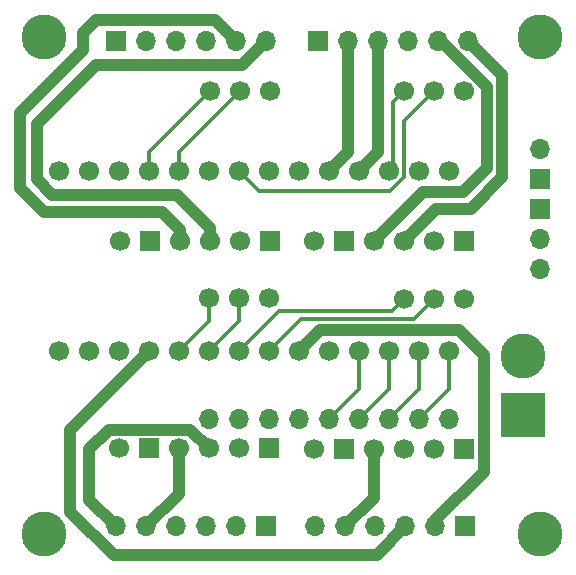
<source format=gbl>
G04 #@! TF.GenerationSoftware,KiCad,Pcbnew,7.0.5*
G04 #@! TF.CreationDate,2023-08-11T11:43:47-04:00*
G04 #@! TF.ProjectId,Tadpole,54616470-6f6c-4652-9e6b-696361645f70,rev?*
G04 #@! TF.SameCoordinates,Original*
G04 #@! TF.FileFunction,Copper,L4,Bot*
G04 #@! TF.FilePolarity,Positive*
%FSLAX46Y46*%
G04 Gerber Fmt 4.6, Leading zero omitted, Abs format (unit mm)*
G04 Created by KiCad (PCBNEW 7.0.5) date 2023-08-11 11:43:47*
%MOMM*%
%LPD*%
G01*
G04 APERTURE LIST*
G04 #@! TA.AperFunction,ComponentPad*
%ADD10O,1.700000X1.700000*%
G04 #@! TD*
G04 #@! TA.AperFunction,ComponentPad*
%ADD11R,1.700000X1.700000*%
G04 #@! TD*
G04 #@! TA.AperFunction,ComponentPad*
%ADD12R,3.800000X3.800000*%
G04 #@! TD*
G04 #@! TA.AperFunction,ComponentPad*
%ADD13C,3.800000*%
G04 #@! TD*
G04 #@! TA.AperFunction,ComponentPad*
%ADD14C,1.700000*%
G04 #@! TD*
G04 #@! TA.AperFunction,Conductor*
%ADD15C,0.300000*%
G04 #@! TD*
G04 #@! TA.AperFunction,Conductor*
%ADD16C,1.000000*%
G04 #@! TD*
G04 #@! TA.AperFunction,Conductor*
%ADD17C,0.600000*%
G04 #@! TD*
G04 APERTURE END LIST*
D10*
X156000000Y-97610000D03*
X156000000Y-95070000D03*
D11*
X156000000Y-92530000D03*
X156000000Y-89990000D03*
D10*
X156000000Y-87450000D03*
X120100000Y-119400000D03*
X122640000Y-119400000D03*
X125180000Y-119400000D03*
X127720000Y-119400000D03*
X130260000Y-119400000D03*
D11*
X132800000Y-119400000D03*
D10*
X137000000Y-119400000D03*
X139540000Y-119400000D03*
X142080000Y-119400000D03*
X144620000Y-119400000D03*
X147160000Y-119400000D03*
D11*
X149700000Y-119400000D03*
D10*
X132800000Y-78300000D03*
X130260000Y-78300000D03*
X127720000Y-78300000D03*
X125180000Y-78300000D03*
X122640000Y-78300000D03*
D11*
X120100000Y-78300000D03*
D10*
X149900000Y-78300000D03*
X147360000Y-78300000D03*
X144820000Y-78300000D03*
X142280000Y-78300000D03*
X139740000Y-78300000D03*
D11*
X137200000Y-78300000D03*
D12*
X154600000Y-110000000D03*
D13*
X154600000Y-105000000D03*
D10*
X148295000Y-110300000D03*
X145755000Y-110300000D03*
X143215000Y-110300000D03*
X140675000Y-110300000D03*
X138135000Y-110300000D03*
X135595000Y-110300000D03*
X133055000Y-110300000D03*
X130515000Y-110300000D03*
X127975000Y-110300000D03*
D14*
X117815200Y-104521000D03*
X120355200Y-104521000D03*
X122895200Y-104521000D03*
X125435200Y-104521000D03*
X120355200Y-89281000D03*
X127975200Y-104521000D03*
X130515200Y-104521000D03*
X133055200Y-104521000D03*
X135595200Y-104521000D03*
X138135200Y-104521000D03*
X140675200Y-104521000D03*
X143215200Y-104521000D03*
X145755200Y-104521000D03*
X148295200Y-104521000D03*
X148295200Y-89281000D03*
X145755200Y-89281000D03*
X143215200Y-89281000D03*
X140675200Y-89281000D03*
X138135200Y-89281000D03*
X135595200Y-89281000D03*
X133055200Y-89281000D03*
X130515200Y-89281000D03*
X127975200Y-89281000D03*
X125435200Y-89281000D03*
X122895200Y-89281000D03*
X117815200Y-89281000D03*
X115275200Y-104521000D03*
X115275200Y-89281000D03*
X144500000Y-100100000D03*
X147040000Y-100100000D03*
X149580000Y-100100000D03*
X136880000Y-112800000D03*
D11*
X139420000Y-112800000D03*
D14*
X141960000Y-112800000D03*
X144500000Y-112800000D03*
X147040000Y-112800000D03*
D11*
X149580000Y-112800000D03*
D14*
X127950000Y-100070000D03*
X130490000Y-100070000D03*
X133030000Y-100070000D03*
X120330000Y-112770000D03*
D11*
X122870000Y-112770000D03*
D14*
X125410000Y-112770000D03*
X127950000Y-112770000D03*
X130490000Y-112770000D03*
D11*
X133030000Y-112770000D03*
D14*
X144500000Y-82524600D03*
X147040000Y-82524600D03*
X149580000Y-82524600D03*
X136880000Y-95224600D03*
D11*
X139420000Y-95224600D03*
D14*
X141960000Y-95224600D03*
X144500000Y-95224600D03*
X147040000Y-95224600D03*
D11*
X149580000Y-95224600D03*
X133130000Y-95224600D03*
D14*
X130590000Y-95224600D03*
X128050000Y-95224600D03*
X125510000Y-95224600D03*
D11*
X122970000Y-95224600D03*
D14*
X120430000Y-95224600D03*
X133130000Y-82524600D03*
X130590000Y-82524600D03*
X128050000Y-82524600D03*
D13*
X114000000Y-120000000D03*
X156000000Y-78000000D03*
X156000000Y-120000000D03*
X114000000Y-78000000D03*
D15*
X135776200Y-101800000D02*
X133055200Y-104521000D01*
X145340000Y-101800000D02*
X135776200Y-101800000D01*
X147040000Y-100100000D02*
X145340000Y-101800000D01*
X133886200Y-101150000D02*
X130515200Y-104521000D01*
X143450000Y-101150000D02*
X133886200Y-101150000D01*
X144500000Y-100100000D02*
X143450000Y-101150000D01*
D16*
X128460000Y-76500000D02*
X130260000Y-78300000D01*
X118450000Y-76500000D02*
X128460000Y-76500000D01*
X111950000Y-90750000D02*
X111950000Y-84400000D01*
X114000000Y-92800000D02*
X111950000Y-90750000D01*
X124000000Y-92800000D02*
X114000000Y-92800000D01*
X125510000Y-94310000D02*
X124000000Y-92800000D01*
X111950000Y-84400000D02*
X117300000Y-79050000D01*
X125510000Y-95224600D02*
X125510000Y-94310000D01*
X117300000Y-79050000D02*
X117300000Y-77650000D01*
X117300000Y-77650000D02*
X118450000Y-76500000D01*
X113400000Y-90000000D02*
X113400000Y-85350000D01*
X130750000Y-80350000D02*
X132800000Y-78300000D01*
X114700000Y-91300000D02*
X113400000Y-90000000D01*
X113400000Y-85350000D02*
X118400000Y-80350000D01*
X125250000Y-91300000D02*
X114700000Y-91300000D01*
X118400000Y-80350000D02*
X130750000Y-80350000D01*
X125800000Y-91850000D02*
X125250000Y-91300000D01*
X146084600Y-91100000D02*
X141960000Y-95224600D01*
X149450000Y-91100000D02*
X146084600Y-91100000D01*
X151500000Y-89050000D02*
X149450000Y-91100000D01*
X151250000Y-114750000D02*
X147160000Y-118840000D01*
X147160000Y-118840000D02*
X147160000Y-119400000D01*
X151250000Y-104850000D02*
X151250000Y-114750000D01*
X149150000Y-102750000D02*
X151250000Y-104850000D01*
X137366200Y-102750000D02*
X149150000Y-102750000D01*
X135595200Y-104521000D02*
X137366200Y-102750000D01*
X147224600Y-92500000D02*
X144500000Y-95224600D01*
X150150000Y-92500000D02*
X147224600Y-92500000D01*
X152800000Y-81200000D02*
X152800000Y-89850000D01*
X152800000Y-89850000D02*
X150150000Y-92500000D01*
X149900000Y-78300000D02*
X152800000Y-81200000D01*
X151500000Y-82150000D02*
X151500000Y-89050000D01*
X147650000Y-78300000D02*
X151500000Y-82150000D01*
D17*
X147360000Y-78300000D02*
X147650000Y-78300000D01*
D16*
X128050000Y-94100000D02*
X125800000Y-91850000D01*
X128050000Y-95224600D02*
X128050000Y-94100000D01*
X119900000Y-121850000D02*
X142170000Y-121850000D01*
X116200000Y-118150000D02*
X119900000Y-121850000D01*
X142170000Y-121850000D02*
X144620000Y-119400000D01*
X116200000Y-111216200D02*
X116200000Y-118150000D01*
X122895200Y-104521000D02*
X116200000Y-111216200D01*
X117850000Y-117150000D02*
X120100000Y-119400000D01*
X117850000Y-112850000D02*
X117850000Y-117150000D01*
X119500000Y-111200000D02*
X117850000Y-112850000D01*
X126380000Y-111200000D02*
X119500000Y-111200000D01*
X127950000Y-112770000D02*
X126380000Y-111200000D01*
X141960000Y-116980000D02*
X139540000Y-119400000D01*
X141960000Y-112800000D02*
X141960000Y-116980000D01*
X125410000Y-112770000D02*
X125410000Y-116630000D01*
X125410000Y-116630000D02*
X122640000Y-119400000D01*
D15*
X130490000Y-102006200D02*
X130490000Y-100070000D01*
X127975200Y-104521000D02*
X130490000Y-102006200D01*
X127950000Y-102006200D02*
X127950000Y-100070000D01*
X125435200Y-104521000D02*
X127950000Y-102006200D01*
X144500000Y-89833257D02*
X144500000Y-85064600D01*
X130515200Y-89281000D02*
X132234200Y-91000000D01*
X132234200Y-91000000D02*
X143333257Y-91000000D01*
X143333257Y-91000000D02*
X144500000Y-89833257D01*
X144500000Y-85064600D02*
X147040000Y-82524600D01*
D17*
X147360000Y-78300000D02*
X147450000Y-78300000D01*
D16*
X142280000Y-78300000D02*
X142280000Y-87676200D01*
X142280000Y-87676200D02*
X140675200Y-89281000D01*
X139750000Y-78310000D02*
X139750000Y-87666200D01*
D17*
X139740000Y-78300000D02*
X139750000Y-78310000D01*
D16*
X139750000Y-87666200D02*
X138135200Y-89281000D01*
D15*
X128050000Y-82550000D02*
X122895200Y-87704800D01*
X122895200Y-87704800D02*
X122895200Y-89281000D01*
X128050000Y-82524600D02*
X128050000Y-82550000D01*
X125435200Y-87679400D02*
X125435200Y-89281000D01*
X130590000Y-82524600D02*
X125435200Y-87679400D01*
X143596200Y-88900000D02*
X143215200Y-89281000D01*
X143596200Y-83428400D02*
X143596200Y-88900000D01*
X144500000Y-82524600D02*
X143596200Y-83428400D01*
X140675200Y-107759800D02*
X138135000Y-110300000D01*
X140675200Y-104521000D02*
X140675200Y-107759800D01*
X143215200Y-104521000D02*
X143215200Y-107759800D01*
X143215200Y-107759800D02*
X140675000Y-110300000D01*
X145755200Y-104521000D02*
X145755200Y-107759800D01*
X145755200Y-107759800D02*
X143215000Y-110300000D01*
X148295200Y-104521000D02*
X148295200Y-107759800D01*
X148295200Y-107759800D02*
X145755000Y-110300000D01*
M02*

</source>
